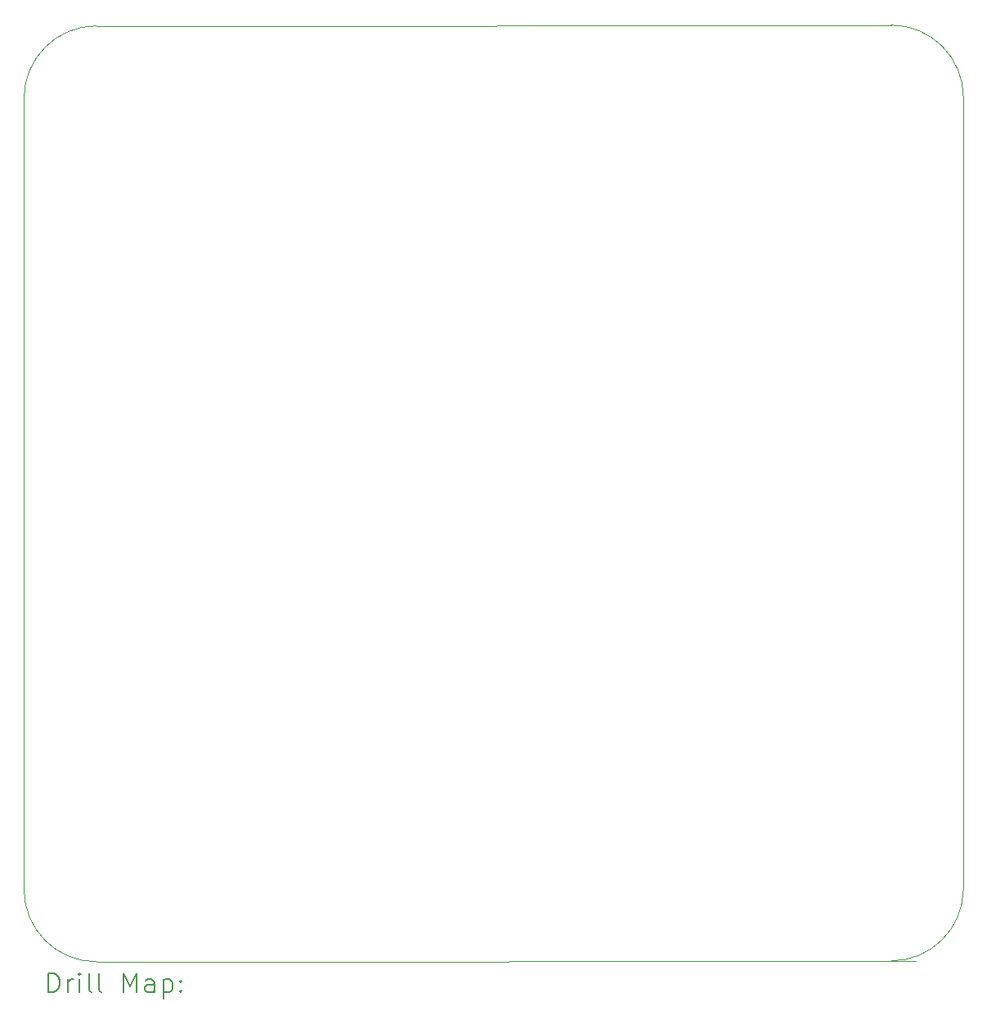
<source format=gbr>
%TF.GenerationSoftware,KiCad,Pcbnew,6.0.11+dfsg-1*%
%TF.CreationDate,2023-07-27T12:15:34+02:00*%
%TF.ProjectId,CartesianRobotElectricalDocs,43617274-6573-4696-916e-526f626f7445,rev?*%
%TF.SameCoordinates,Original*%
%TF.FileFunction,Drillmap*%
%TF.FilePolarity,Positive*%
%FSLAX45Y45*%
G04 Gerber Fmt 4.5, Leading zero omitted, Abs format (unit mm)*
G04 Created by KiCad (PCBNEW 6.0.11+dfsg-1) date 2023-07-27 12:15:34*
%MOMM*%
%LPD*%
G01*
G04 APERTURE LIST*
%ADD10C,0.100000*%
%ADD11C,0.200000*%
G04 APERTURE END LIST*
D10*
X11176000Y-3367000D02*
X19403200Y-3358600D01*
X10426000Y-12305070D02*
G75*
G03*
X11176000Y-13055070I750000J0D01*
G01*
X11176000Y-3367000D02*
G75*
G03*
X10426000Y-4117000I0J-750000D01*
G01*
X20153200Y-4108600D02*
X20153200Y-12296670D01*
X10426000Y-12305070D02*
X10426000Y-4117000D01*
X19657200Y-13046670D02*
X11176000Y-13055070D01*
X19403200Y-13046670D02*
G75*
G03*
X20153200Y-12296670I0J750000D01*
G01*
X20153200Y-4108600D02*
G75*
G03*
X19403200Y-3358600I-750000J0D01*
G01*
D11*
X10678619Y-13370546D02*
X10678619Y-13170546D01*
X10726238Y-13170546D01*
X10754810Y-13180070D01*
X10773857Y-13199117D01*
X10783381Y-13218165D01*
X10792905Y-13256260D01*
X10792905Y-13284832D01*
X10783381Y-13322927D01*
X10773857Y-13341975D01*
X10754810Y-13361022D01*
X10726238Y-13370546D01*
X10678619Y-13370546D01*
X10878619Y-13370546D02*
X10878619Y-13237213D01*
X10878619Y-13275308D02*
X10888143Y-13256260D01*
X10897667Y-13246736D01*
X10916714Y-13237213D01*
X10935762Y-13237213D01*
X11002429Y-13370546D02*
X11002429Y-13237213D01*
X11002429Y-13170546D02*
X10992905Y-13180070D01*
X11002429Y-13189594D01*
X11011952Y-13180070D01*
X11002429Y-13170546D01*
X11002429Y-13189594D01*
X11126238Y-13370546D02*
X11107190Y-13361022D01*
X11097667Y-13341975D01*
X11097667Y-13170546D01*
X11231000Y-13370546D02*
X11211952Y-13361022D01*
X11202428Y-13341975D01*
X11202428Y-13170546D01*
X11459571Y-13370546D02*
X11459571Y-13170546D01*
X11526238Y-13313403D01*
X11592905Y-13170546D01*
X11592905Y-13370546D01*
X11773857Y-13370546D02*
X11773857Y-13265784D01*
X11764333Y-13246736D01*
X11745286Y-13237213D01*
X11707190Y-13237213D01*
X11688143Y-13246736D01*
X11773857Y-13361022D02*
X11754809Y-13370546D01*
X11707190Y-13370546D01*
X11688143Y-13361022D01*
X11678619Y-13341975D01*
X11678619Y-13322927D01*
X11688143Y-13303879D01*
X11707190Y-13294356D01*
X11754809Y-13294356D01*
X11773857Y-13284832D01*
X11869095Y-13237213D02*
X11869095Y-13437213D01*
X11869095Y-13246736D02*
X11888143Y-13237213D01*
X11926238Y-13237213D01*
X11945286Y-13246736D01*
X11954809Y-13256260D01*
X11964333Y-13275308D01*
X11964333Y-13332451D01*
X11954809Y-13351498D01*
X11945286Y-13361022D01*
X11926238Y-13370546D01*
X11888143Y-13370546D01*
X11869095Y-13361022D01*
X12050048Y-13351498D02*
X12059571Y-13361022D01*
X12050048Y-13370546D01*
X12040524Y-13361022D01*
X12050048Y-13351498D01*
X12050048Y-13370546D01*
X12050048Y-13246736D02*
X12059571Y-13256260D01*
X12050048Y-13265784D01*
X12040524Y-13256260D01*
X12050048Y-13246736D01*
X12050048Y-13265784D01*
M02*

</source>
